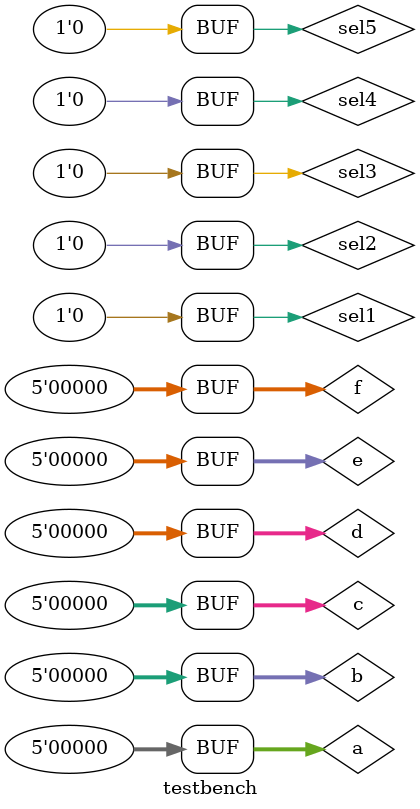
<source format=v>
`timescale 1 ns/1 ns

module testbench;
reg	    [4:0]	a, b, c, d, e, f;
reg		sel1, sel2, sel3, sel4, sel5;
wire	[4:0]	g;

EX_103_module_structure_demo_practice EX103_instance_practice (
	.a(a), .b(b), .c(c), .d(d), .e(e), .f(f), .sel1(sel1), .sel2(sel2), .sel3(sel3), .sel4(sel4), .sel5(sel5), .g(g));

initial
begin
 a  = 4'b0000;   // Time = 0
 b  = 4'b0000;
 c  = 4'b0000;
 d  = 4'b0000;
 e  = 4'b0000;
 f  = 4'b0000;
 sel1 = 1'b0;
 sel2 = 1'b0;
 sel3 = 1'b0;
 sel4 = 1'b0;
 sel5 = 1'b0;
 
 #20;
 sel1  = 1'b1;	// Time = 20
 #20;			// Time = 40
 sel1  = 1'b0;
 sel2  = 1'b1;
 sel3  = 1'b1;
 #20;			// Time = 60
 sel1  = 1'b0 ;
 sel2  = 1'b1 ;
 sel3  = 1'b0 ;
 #20;			// Time = 80
 sel1  = 1'b0;
 sel2  = 1'b0;
 sel4  = 1'b1;
 #20;           // Time = 100
 sel1  = 1'b0;
 sel2  = 1'b0;
 sel4  = 1'b0;
 sel5  = 1'b1;
 #20;           // Time = 120
 sel1  = 1'b0;
 sel2  = 1'b0;
 sel4  = 1'b0;
 sel5  = 1'b0;
end

/*
initial
begin
  fork
    #0   a  = 4'b0000;   // Time = 0
	     b  = 4'b0000;
		 c  = 4'b0000;
		 d  = 4'b0000;
		 e  = 4'b0000;
		 f  = 4'b0000;
		 sel1 = 1'b0;
		 sel2 = 1'b0;
		 sel3 = 1'b0;
		 sel4 = 1'b0;
		 sel5 = 1'b0;
    #20	 sel1  = 1'b1;	// Time = 20
    #40	 sel1  = 1'b0;	// Time = 40
	     sel2  = 1'b1;
		 sel3  = 1'b1;
    #60  sel1  = 1'b0;	// Time = 60
	     sel2  = 1'b1;
		 sel3  = 1'b0;
    #80  sel1  = 1'b0;	// Time = 80
	     sel2  = 1'b0;
		 sel4  = 1'b1;
    #100  sel1  = 1'b0;  // Time = 100
	     sel2  = 1'b0;
		 sel4  = 1'b0; 
		 sel5  = 1'b1;
	#120 sel1  = 1'b0;  // Time = 120
	     sel2  = 1'b0;
		 sel4  = 1'b0;
		 sel5  = 1'b0;
  join
end 
*/

endmodule

</source>
